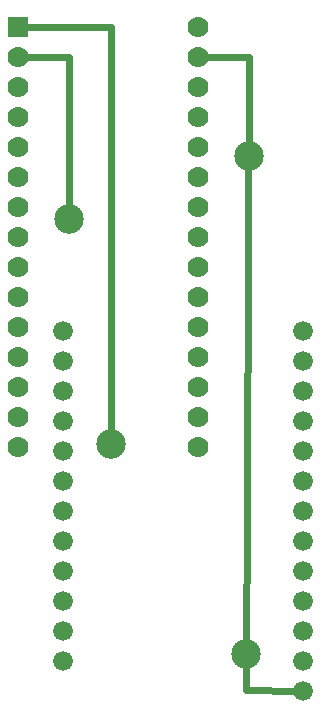
<source format=gtl>
G04 MADE WITH FRITZING*
G04 WWW.FRITZING.ORG*
G04 DOUBLE SIDED*
G04 HOLES PLATED*
G04 CONTOUR ON CENTER OF CONTOUR VECTOR*
%ASAXBY*%
%FSLAX23Y23*%
%MOIN*%
%OFA0B0*%
%SFA1.0B1.0*%
%ADD10C,0.098425*%
%ADD11C,0.066000*%
%ADD12C,0.070000*%
%ADD13R,0.069972X0.070000*%
%ADD14C,0.024000*%
%ADD15R,0.001000X0.001000*%
%LNCOPPER1*%
G90*
G70*
G54D10*
X364Y884D03*
G54D11*
X1004Y62D03*
X1004Y162D03*
X204Y162D03*
X204Y262D03*
X204Y362D03*
X204Y462D03*
X204Y562D03*
X204Y662D03*
X204Y762D03*
X204Y862D03*
X204Y962D03*
X204Y1062D03*
X204Y1162D03*
X204Y1262D03*
X1004Y362D03*
X1004Y562D03*
X1004Y262D03*
X1004Y762D03*
X1004Y462D03*
X1004Y962D03*
X1004Y662D03*
X1004Y1162D03*
X1004Y862D03*
X1004Y1062D03*
X1004Y1262D03*
G54D10*
X224Y1634D03*
G54D12*
X54Y2274D03*
X54Y2174D03*
X54Y2074D03*
X54Y1974D03*
X54Y1874D03*
X54Y1774D03*
X54Y1674D03*
X54Y1574D03*
X54Y1474D03*
X54Y1374D03*
X54Y1274D03*
X54Y1174D03*
X54Y1074D03*
X54Y974D03*
X54Y874D03*
X654Y2274D03*
X654Y2174D03*
X654Y2074D03*
X654Y1974D03*
X654Y1874D03*
X654Y1774D03*
X654Y1674D03*
X654Y1574D03*
X654Y1474D03*
X654Y1374D03*
X654Y1274D03*
X654Y1174D03*
X654Y1074D03*
X654Y974D03*
X654Y874D03*
G54D10*
X824Y1844D03*
X814Y184D03*
G54D13*
X54Y2274D03*
G54D14*
X224Y2174D02*
X224Y1664D01*
D02*
X72Y2174D02*
X224Y2174D01*
D02*
X364Y914D02*
X364Y2274D01*
D02*
X364Y2274D02*
X365Y2275D01*
D02*
X365Y2275D02*
X72Y2274D01*
D02*
X984Y62D02*
X812Y65D01*
D02*
X822Y2174D02*
X672Y2174D01*
D02*
X812Y65D02*
X822Y2174D01*
G54D15*
D02*
G04 End of Copper1*
M02*
</source>
